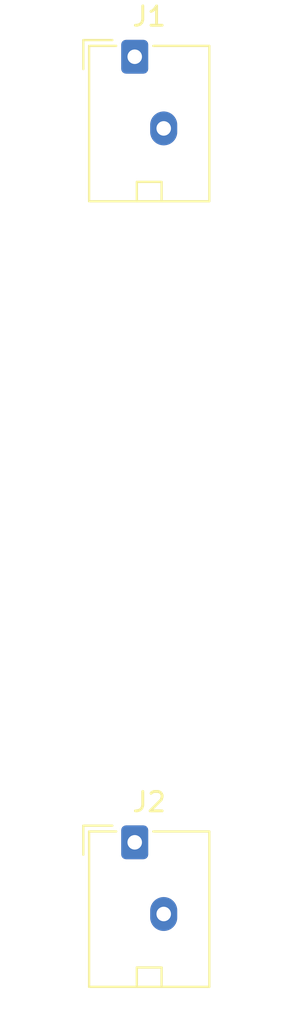
<source format=kicad_pcb>
(kicad_pcb (version 20211014) (generator pcbnew)
  (layers (0 "F.Cu" signal) (31 "B.Cu" signal) (34 "B.Paste" user) (35 "F.Paste" user) (36 "B.SilkS" user "B.Silkscreen") (37 "F.SilkS" user "F.Silkscreen") (38 "B.Mask" user) (39 "F.Mask" user) (44 "Edge.Cuts" user))
  (net 0 "")
  (net 1 "/D.N")
  (net 2 "/D.P")
  (footprint "Connector_JST:JST_ZE_S02B-ZESK-2D_1x02_P1.50mm_Horizontal" (layer "F.Cu") (at 148.775 98.775)
    (fp_text reference "J1" (at 0.75 -2.08) (layer "F.SilkS"))
    (fp_text value "Conn_01x02_Female")
    (fp_line (start 1.39 6.46) (end 1.39 7.46) (layer "F.SilkS") (width 0.12))
    (fp_line (start -2.36 -0.56) (end -2.36 7.46) (layer "F.SilkS") (width 0.12))
    (fp_line (start 0.11 6.46) (end 1.39 6.46) (layer "F.SilkS") (width 0.12))
    (fp_line (start 3.86 7.46) (end 3.86 -0.56) (layer "F.SilkS") (width 0.12))
    (fp_line (start 3.86 -0.56) (end 0.96 -0.56) (layer "F.SilkS") (width 0.12))
    (fp_line (start -2.66 -0.86) (end -1.16 -0.86) (layer "F.SilkS") (width 0.12))
    (fp_line (start -2.36 7.46) (end 3.86 7.46) (layer "F.SilkS") (width 0.12))
    (fp_line (start -0.96 -0.56) (end -2.36 -0.56) (layer "F.SilkS") (width 0.12))
    (fp_line (start -2.66 0.64) (end -2.66 -0.86) (layer "F.SilkS") (width 0.12))
    (fp_line (start 0.11 7.46) (end 0.11 6.46) (layer "F.SilkS") (width 0.12))
    (pad "" np_thru_hole circle locked (at 3.05 1.85) (size 1.15 1.15) (drill 1.15) (layers *.Cu *.Mask))
    (pad "" np_thru_hole circle locked (at -1.55 1.85) (size 1.15 1.15) (drill 1.15) (layers *.Cu *.Mask))
    (pad "1" thru_hole roundrect locked (at 0 0) (size 1.4 1.75) (drill 0.75) (layers *.Cu *.Mask) (roundrect_rratio 0.178571) (net 2 "/D.P"))
    (pad "2" thru_hole oval locked (at 1.5 3.7) (size 1.4 1.75) (drill 0.75) (layers *.Cu *.Mask) (net 1 "/D.N"))
  )
  (footprint "Connector_JST:JST_ZE_S02B-ZESK-2D_1x02_P1.50mm_Horizontal" (layer "F.Cu") (at 148.775 139.325)
    (fp_text reference "J2" (at 0.75 -2.08) (layer "F.SilkS"))
    (fp_text value "Conn_01x02_Female")
    (fp_line (start -2.36 -0.56) (end -2.36 7.46) (layer "F.SilkS") (width 0.12))
    (fp_line (start -2.36 7.46) (end 3.86 7.46) (layer "F.SilkS") (width 0.12))
    (fp_line (start 3.86 -0.56) (end 0.96 -0.56) (layer "F.SilkS") (width 0.12))
    (fp_line (start 0.11 6.46) (end 1.39 6.46) (layer "F.SilkS") (width 0.12))
    (fp_line (start -2.66 -0.86) (end -1.16 -0.86) (layer "F.SilkS") (width 0.12))
    (fp_line (start -2.66 0.64) (end -2.66 -0.86) (layer "F.SilkS") (width 0.12))
    (fp_line (start 0.11 7.46) (end 0.11 6.46) (layer "F.SilkS") (width 0.12))
    (fp_line (start 1.39 6.46) (end 1.39 7.46) (layer "F.SilkS") (width 0.12))
    (fp_line (start -0.96 -0.56) (end -2.36 -0.56) (layer "F.SilkS") (width 0.12))
    (fp_line (start 3.86 7.46) (end 3.86 -0.56) (layer "F.SilkS") (width 0.12))
    (pad "" np_thru_hole circle locked (at 3.05 1.85) (size 1.15 1.15) (drill 1.15) (layers *.Cu *.Mask))
    (pad "" np_thru_hole circle locked (at -1.55 1.85) (size 1.15 1.15) (drill 1.15) (layers *.Cu *.Mask))
    (pad "1" thru_hole roundrect locked (at 0 0) (size 1.4 1.75) (drill 0.75) (layers *.Cu *.Mask) (roundrect_rratio 0.178571) (net 2 "/D.P"))
    (pad "2" thru_hole oval locked (at 1.5 3.7) (size 1.4 1.75) (drill 0.75) (layers *.Cu *.Mask) (net 1 "/D.N"))
  )
)
</source>
